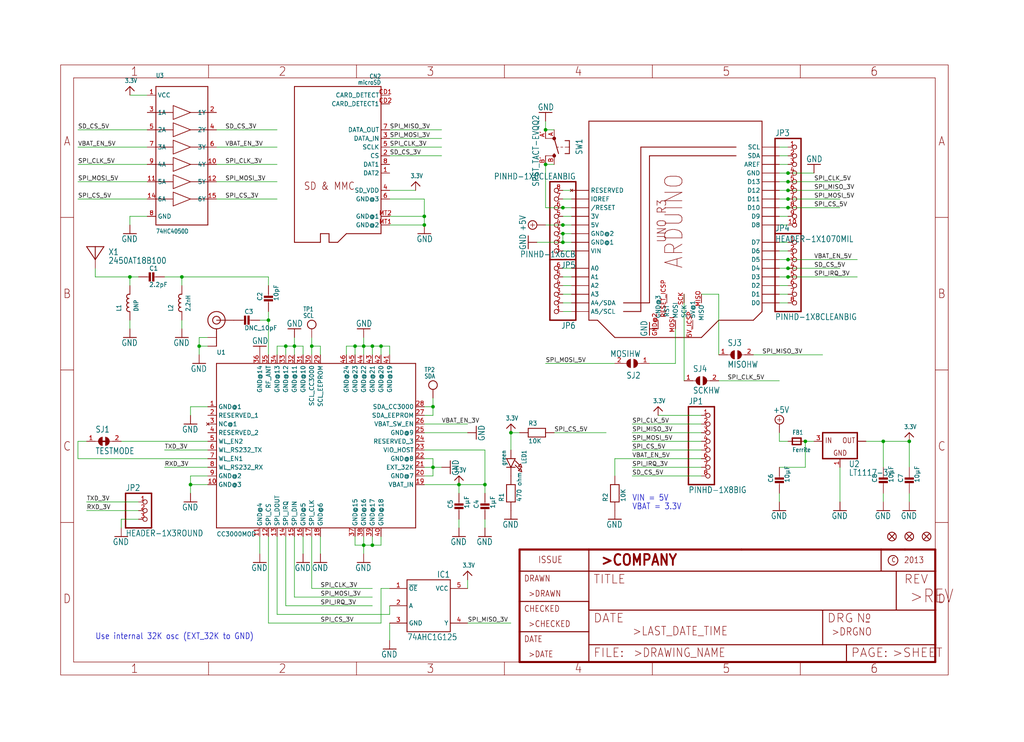
<source format=kicad_sch>
(kicad_sch (version 20211123) (generator eeschema)
  (paper "User" 300.38 217.881)
  (junction (at 104.14 101.6))
  (junction (at 236.22 129.54))
  (junction (at 231.14 81.28))
  (junction (at 231.14 58.42))
  (junction (at 106.68 101.6))
  (junction (at 149.86 127))
  (junction (at 106.68 160.02))
  (junction (at 83.82 101.6))
  (junction (at 109.22 160.02))
  (junction (at 127 119.38))
  (junction (at 160.02 48.26))
  (junction (at 165.1 66.04))
  (junction (at 109.22 101.6))
  (junction (at 124.46 63.5))
  (junction (at 38.1 81.28))
  (junction (at 231.14 60.96))
  (junction (at 231.14 78.74))
  (junction (at 127 137.16))
  (junction (at 231.14 76.2))
  (junction (at 53.34 81.28))
  (junction (at 142.24 142.24))
  (junction (at 124.46 66.04))
  (junction (at 86.36 101.6))
  (junction (at 231.14 53.34))
  (junction (at 266.7 129.54))
  (junction (at 134.62 142.24))
  (junction (at 78.74 93.98))
  (junction (at 165.1 68.58))
  (junction (at 259.08 129.54))
  (junction (at 165.1 71.12))
  (junction (at 111.76 101.6))
  (junction (at 231.14 55.88))
  (junction (at 58.42 101.6))
  (junction (at 165.1 60.96))
  (junction (at 160.02 38.1))
  (junction (at 91.44 101.6))
  (junction (at 231.14 50.8))
  (junction (at 55.88 142.24))
  (wire (pts (xy 124.46 132.08) (xy 142.24 132.08)))
  (wire (pts (xy 91.44 104.14) (xy 91.44 101.6)))
  (wire (pts (xy 231.14 53.34) (xy 228.6 53.34)))
  (wire (pts (xy 104.14 160.02) (xy 106.68 160.02)))
  (wire (pts (xy 205.74 129.54) (xy 185.42 129.54)))
  (wire (pts (xy 114.3 101.6) (xy 114.3 104.14)))
  (wire (pts (xy 124.46 66.04) (xy 124.46 63.5)))
  (wire (pts (xy 165.1 66.04) (xy 167.64 66.04)))
  (wire (pts (xy 231.14 48.26) (xy 228.6 48.26)))
  (wire (pts (xy 152.4 127) (xy 149.86 127)))
  (wire (pts (xy 104.14 104.14) (xy 104.14 101.6)))
  (wire (pts (xy 266.7 129.54) (xy 266.7 137.16)))
  (wire (pts (xy 78.74 104.14) (xy 78.74 93.98)))
  (wire (pts (xy 238.76 50.8) (xy 231.14 50.8)))
  (wire (pts (xy 231.14 43.18) (xy 228.6 43.18)))
  (wire (pts (xy 246.38 137.16) (xy 246.38 147.32)))
  (wire (pts (xy 76.2 157.48) (xy 76.2 162.56)))
  (wire (pts (xy 114.3 182.88) (xy 114.3 187.96)))
  (wire (pts (xy 101.6 104.14) (xy 101.6 101.6)))
  (wire (pts (xy 38.1 63.5) (xy 38.1 66.04)))
  (wire (pts (xy 160.02 48.26) (xy 160.02 60.96)))
  (wire (pts (xy 259.08 144.78) (xy 259.08 147.32)))
  (wire (pts (xy 63.5 58.42) (xy 81.28 58.42)))
  (wire (pts (xy 231.14 88.9) (xy 228.6 88.9)))
  (wire (pts (xy 162.56 38.1) (xy 160.02 38.1)))
  (wire (pts (xy 81.28 101.6) (xy 83.82 101.6)))
  (wire (pts (xy 149.86 132.08) (xy 149.86 127)))
  (wire (pts (xy 137.16 182.88) (xy 149.86 182.88)))
  (wire (pts (xy 127 119.38) (xy 127 116.84)))
  (wire (pts (xy 43.18 43.18) (xy 22.86 43.18)))
  (wire (pts (xy 231.14 71.12) (xy 228.6 71.12)))
  (wire (pts (xy 165.1 81.28) (xy 167.64 81.28)))
  (wire (pts (xy 160.02 106.68) (xy 180.34 106.68)))
  (wire (pts (xy 236.22 137.16) (xy 236.22 129.54)))
  (wire (pts (xy 86.36 175.26) (xy 109.22 175.26)))
  (wire (pts (xy 109.22 157.48) (xy 109.22 160.02)))
  (wire (pts (xy 114.3 180.34) (xy 114.3 177.8)))
  (wire (pts (xy 121.92 55.88) (xy 114.3 55.88)))
  (wire (pts (xy 200.66 86.36) (xy 200.66 111.76)))
  (wire (pts (xy 60.96 137.16) (xy 48.26 137.16)))
  (wire (pts (xy 22.86 134.62) (xy 22.86 129.54)))
  (wire (pts (xy 231.14 60.96) (xy 228.6 60.96)))
  (wire (pts (xy 76.2 93.98) (xy 78.74 93.98)))
  (wire (pts (xy 78.74 157.48) (xy 78.74 182.88)))
  (wire (pts (xy 220.98 104.14) (xy 241.3 104.14)))
  (wire (pts (xy 60.96 132.08) (xy 48.26 132.08)))
  (wire (pts (xy 193.04 121.92) (xy 205.74 121.92)))
  (wire (pts (xy 109.22 101.6) (xy 111.76 101.6)))
  (wire (pts (xy 63.5 48.26) (xy 81.28 48.26)))
  (wire (pts (xy 114.3 45.72) (xy 129.54 45.72)))
  (wire (pts (xy 106.68 157.48) (xy 106.68 160.02)))
  (wire (pts (xy 231.14 81.28) (xy 251.46 81.28)))
  (wire (pts (xy 60.96 139.7) (xy 55.88 139.7)))
  (wire (pts (xy 40.64 81.28) (xy 38.1 81.28)))
  (wire (pts (xy 43.18 58.42) (xy 22.86 58.42)))
  (wire (pts (xy 228.6 111.76) (xy 210.82 111.76)))
  (wire (pts (xy 55.88 139.7) (xy 55.88 142.24)))
  (wire (pts (xy 231.14 55.88) (xy 246.38 55.88)))
  (wire (pts (xy 124.46 121.92) (xy 127 121.92)))
  (wire (pts (xy 114.3 38.1) (xy 129.54 38.1)))
  (wire (pts (xy 231.14 78.74) (xy 246.38 78.74)))
  (wire (pts (xy 160.02 60.96) (xy 165.1 60.96)))
  (wire (pts (xy 104.14 157.48) (xy 104.14 160.02)))
  (wire (pts (xy 63.5 38.1) (xy 81.28 38.1)))
  (wire (pts (xy 40.64 149.86) (xy 25.4 149.86)))
  (wire (pts (xy 60.96 99.06) (xy 58.42 99.06)))
  (wire (pts (xy 40.64 152.4) (xy 35.56 152.4)))
  (wire (pts (xy 83.82 157.48) (xy 83.82 177.8)))
  (wire (pts (xy 111.76 160.02) (xy 111.76 157.48)))
  (wire (pts (xy 63.5 53.34) (xy 81.28 53.34)))
  (wire (pts (xy 124.46 134.62) (xy 127 134.62)))
  (wire (pts (xy 231.14 76.2) (xy 251.46 76.2)))
  (wire (pts (xy 43.18 53.34) (xy 22.86 53.34)))
  (wire (pts (xy 124.46 137.16) (xy 127 137.16)))
  (wire (pts (xy 165.1 63.5) (xy 167.64 63.5)))
  (wire (pts (xy 111.76 101.6) (xy 114.3 101.6)))
  (wire (pts (xy 88.9 157.48) (xy 88.9 162.56)))
  (wire (pts (xy 228.6 129.54) (xy 228.6 127)))
  (wire (pts (xy 106.68 160.02) (xy 109.22 160.02)))
  (wire (pts (xy 111.76 172.72) (xy 114.3 172.72)))
  (wire (pts (xy 22.86 129.54) (xy 25.4 129.54)))
  (wire (pts (xy 180.34 134.62) (xy 180.34 139.7)))
  (wire (pts (xy 180.34 134.62) (xy 205.74 134.62)))
  (wire (pts (xy 93.98 104.14) (xy 93.98 101.6)))
  (wire (pts (xy 177.8 127) (xy 162.56 127)))
  (wire (pts (xy 124.46 58.42) (xy 124.46 63.5)))
  (wire (pts (xy 228.6 137.16) (xy 236.22 137.16)))
  (wire (pts (xy 111.76 104.14) (xy 111.76 101.6)))
  (wire (pts (xy 165.1 68.58) (xy 165.1 71.12)))
  (wire (pts (xy 185.42 127) (xy 205.74 127)))
  (wire (pts (xy 81.28 157.48) (xy 81.28 180.34)))
  (wire (pts (xy 78.74 81.28) (xy 78.74 83.82)))
  (wire (pts (xy 53.34 96.52) (xy 53.34 93.98)))
  (wire (pts (xy 63.5 43.18) (xy 81.28 43.18)))
  (wire (pts (xy 60.96 142.24) (xy 55.88 142.24)))
  (wire (pts (xy 114.3 66.04) (xy 124.46 66.04)))
  (wire (pts (xy 231.14 86.36) (xy 228.6 86.36)))
  (wire (pts (xy 165.1 86.36) (xy 167.64 86.36)))
  (wire (pts (xy 231.14 58.42) (xy 228.6 58.42)))
  (wire (pts (xy 22.86 38.1) (xy 43.18 38.1)))
  (wire (pts (xy 160.02 38.1) (xy 160.02 35.56)))
  (wire (pts (xy 111.76 182.88) (xy 111.76 172.72)))
  (wire (pts (xy 58.42 101.6) (xy 58.42 104.14)))
  (wire (pts (xy 205.74 86.36) (xy 210.82 86.36)))
  (wire (pts (xy 134.62 152.4) (xy 134.62 154.94)))
  (wire (pts (xy 160.02 66.04) (xy 165.1 66.04)))
  (wire (pts (xy 86.36 101.6) (xy 88.9 101.6)))
  (wire (pts (xy 127 139.7) (xy 124.46 139.7)))
  (wire (pts (xy 38.1 83.82) (xy 38.1 81.28)))
  (wire (pts (xy 266.7 144.78) (xy 266.7 147.32)))
  (wire (pts (xy 165.1 68.58) (xy 167.64 68.58)))
  (wire (pts (xy 55.88 119.38) (xy 55.88 121.92)))
  (wire (pts (xy 106.68 104.14) (xy 106.68 101.6)))
  (wire (pts (xy 88.9 101.6) (xy 88.9 104.14)))
  (wire (pts (xy 259.08 137.16) (xy 259.08 129.54)))
  (wire (pts (xy 78.74 91.44) (xy 78.74 93.98)))
  (wire (pts (xy 134.62 142.24) (xy 142.24 142.24)))
  (wire (pts (xy 142.24 132.08) (xy 142.24 142.24)))
  (wire (pts (xy 104.14 101.6) (xy 106.68 101.6)))
  (wire (pts (xy 198.12 96.52) (xy 198.12 106.68)))
  (wire (pts (xy 165.1 71.12) (xy 167.64 71.12)))
  (wire (pts (xy 142.24 152.4) (xy 142.24 154.94)))
  (wire (pts (xy 86.36 157.48) (xy 86.36 175.26)))
  (wire (pts (xy 91.44 157.48) (xy 91.44 172.72)))
  (wire (pts (xy 165.1 78.74) (xy 167.64 78.74)))
  (wire (pts (xy 259.08 129.54) (xy 266.7 129.54)))
  (wire (pts (xy 165.1 91.44) (xy 167.64 91.44)))
  (wire (pts (xy 137.16 170.18) (xy 137.16 172.72)))
  (wire (pts (xy 205.74 139.7) (xy 185.42 139.7)))
  (wire (pts (xy 129.54 43.18) (xy 114.3 43.18)))
  (wire (pts (xy 134.62 142.24) (xy 134.62 144.78)))
  (wire (pts (xy 231.14 60.96) (xy 246.38 60.96)))
  (wire (pts (xy 43.18 63.5) (xy 38.1 63.5)))
  (wire (pts (xy 53.34 81.28) (xy 53.34 83.82)))
  (wire (pts (xy 101.6 101.6) (xy 104.14 101.6)))
  (wire (pts (xy 124.46 142.24) (xy 134.62 142.24)))
  (wire (pts (xy 83.82 101.6) (xy 86.36 101.6)))
  (wire (pts (xy 231.14 55.88) (xy 228.6 55.88)))
  (wire (pts (xy 198.12 106.68) (xy 190.5 106.68)))
  (wire (pts (xy 228.6 144.78) (xy 228.6 147.32)))
  (wire (pts (xy 81.28 104.14) (xy 81.28 101.6)))
  (wire (pts (xy 238.76 129.54) (xy 236.22 129.54)))
  (wire (pts (xy 231.14 76.2) (xy 228.6 76.2)))
  (wire (pts (xy 231.14 83.82) (xy 228.6 83.82)))
  (wire (pts (xy 27.94 81.28) (xy 27.94 78.74)))
  (wire (pts (xy 106.68 101.6) (xy 106.68 99.06)))
  (wire (pts (xy 106.68 160.02) (xy 106.68 162.56)))
  (wire (pts (xy 48.26 81.28) (xy 53.34 81.28)))
  (wire (pts (xy 81.28 180.34) (xy 114.3 180.34)))
  (wire (pts (xy 38.1 81.28) (xy 27.94 81.28)))
  (wire (pts (xy 91.44 172.72) (xy 109.22 172.72)))
  (wire (pts (xy 114.3 58.42) (xy 124.46 58.42)))
  (wire (pts (xy 53.34 81.28) (xy 78.74 81.28)))
  (wire (pts (xy 43.18 27.94) (xy 38.1 27.94)))
  (wire (pts (xy 165.1 73.66) (xy 167.64 73.66)))
  (wire (pts (xy 129.54 137.16) (xy 127 137.16)))
  (wire (pts (xy 127 137.16) (xy 127 139.7)))
  (wire (pts (xy 114.3 40.64) (xy 129.54 40.64)))
  (wire (pts (xy 124.46 119.38) (xy 127 119.38)))
  (wire (pts (xy 35.56 152.4) (xy 35.56 154.94)))
  (wire (pts (xy 165.1 55.88) (xy 167.64 55.88)))
  (wire (pts (xy 93.98 101.6) (xy 91.44 101.6)))
  (wire (pts (xy 127 134.62) (xy 127 137.16)))
  (wire (pts (xy 124.46 124.46) (xy 137.16 124.46)))
  (wire (pts (xy 231.14 81.28) (xy 228.6 81.28)))
  (wire (pts (xy 124.46 127) (xy 137.16 127)))
  (wire (pts (xy 43.18 48.26) (xy 22.86 48.26)))
  (wire (pts (xy 58.42 99.06) (xy 58.42 101.6)))
  (wire (pts (xy 142.24 142.24) (xy 142.24 144.78)))
  (wire (pts (xy 165.1 58.42) (xy 167.64 58.42)))
  (wire (pts (xy 231.14 50.8) (xy 228.6 50.8)))
  (wire (pts (xy 93.98 157.48) (xy 93.98 162.56)))
  (wire (pts (xy 254 129.54) (xy 259.08 129.54)))
  (wire (pts (xy 40.64 147.32) (xy 25.4 147.32)))
  (wire (pts (xy 231.14 73.66) (xy 228.6 73.66)))
  (wire (pts (xy 60.96 129.54) (xy 35.56 129.54)))
  (wire (pts (xy 83.82 104.14) (xy 83.82 101.6)))
  (wire (pts (xy 83.82 177.8) (xy 109.22 177.8)))
  (wire (pts (xy 91.44 101.6) (xy 91.44 99.06)))
  (wire (pts (xy 109.22 104.14) (xy 109.22 101.6)))
  (wire (pts (xy 38.1 96.52) (xy 38.1 93.98)))
  (wire (pts (xy 210.82 86.36) (xy 210.82 104.14)))
  (wire (pts (xy 127 121.92) (xy 127 119.38)))
  (wire (pts (xy 86.36 104.14) (xy 86.36 101.6)))
  (wire (pts (xy 165.1 83.82) (xy 167.64 83.82)))
  (wire (pts (xy 60.96 134.62) (xy 22.86 134.62)))
  (wire (pts (xy 231.14 63.5) (xy 228.6 63.5)))
  (wire (pts (xy 162.56 48.26) (xy 160.02 48.26)))
  (wire (pts (xy 231.14 66.04) (xy 228.6 66.04)))
  (wire (pts (xy 231.14 78.74) (xy 228.6 78.74)))
  (wire (pts (xy 78.74 182.88) (xy 111.76 182.88)))
  (wire (pts (xy 109.22 160.02) (xy 111.76 160.02)))
  (wire (pts (xy 60.96 101.6) (xy 58.42 101.6)))
  (wire (pts (xy 185.42 132.08) (xy 205.74 132.08)))
  (wire (pts (xy 205.74 137.16) (xy 185.42 137.16)))
  (wire (pts (xy 106.68 101.6) (xy 109.22 101.6)))
  (wire (pts (xy 231.14 45.72) (xy 228.6 45.72)))
  (wire (pts (xy 124.46 63.5) (xy 114.3 63.5)))
  (wire (pts (xy 231.14 53.34) (xy 246.38 53.34)))
  (wire (pts (xy 86.36 99.06) (xy 86.36 101.6)))
  (wire (pts (xy 165.1 60.96) (xy 167.64 60.96)))
  (wire (pts (xy 165.1 88.9) (xy 167.64 88.9)))
  (wire (pts (xy 205.74 124.46) (xy 185.42 124.46)))
  (wire (pts (xy 231.14 129.54) (xy 228.6 129.54)))
  (wire (pts (xy 60.96 119.38) (xy 55.88 119.38)))
  (wire (pts (xy 165.1 71.12) (xy 157.48 71.12)))
  (wire (pts (xy 231.14 58.42) (xy 246.38 58.42)))
  (wire (pts (xy 55.88 142.24) (xy 55.88 144.78)))
  (text "VBAT = 3.3V" (at 185.42 149.86 180) (effects (font (size 1.778 1.5113)) (justify left bottom)))
  (text "Use internal 32K osc (EXT_32K to GND)" (at 27.94 187.96 180) (effects (font (size 1.778 1.5113)) (justify left bottom)))
  (text "VIN = 5V" (at 185.42 147.32 180) (effects (font (size 1.778 1.5113)) (justify left bottom)))
  (label "SD_CS_5V" (at 238.76 78.74 0) (effects (font (size 1.2446 1.2446))))
  (label "SPI_CLK_5V" (at 238.76 53.34 0) (effects (font (size 1.2446 1.2446))))
  (label "SPI_CLK_5V" (at 213.36 111.76 0) (effects (font (size 1.2446 1.2446))))
  (label "SPI_MISO_3V" (at 137.16 182.88 0) (effects (font (size 1.2446 1.2446))))
  (label "SPI_IRQ_3V" (at 185.42 137.16 0) (effects (font (size 1.2446 1.2446))))
  (label "SPI_MOSI_5V" (at 22.86 53.34 0) (effects (font (size 1.2446 1.2446))))
  (label "SPI_MISO_3V" (at 185.42 127 0) (effects (font (size 1.2446 1.2446))))
  (label "SPI_CS_5V" (at 238.76 60.96 0) (effects (font (size 1.2446 1.2446))))
  (label "VBAT_EN_5V" (at 238.76 76.2 0) (effects (font (size 1.2446 1.2446))))
  (label "SPI_CS_5V" (at 22.86 58.42 0) (effects (font (size 1.2446 1.2446))))
  (label "SD_CS_3V" (at 114.3 45.72 0) (effects (font (size 1.2446 1.2446))))
  (label "SPI_CLK_3V" (at 66.04 48.26 0) (effects (font (size 1.2446 1.2446))))
  (label "SD_CS_5V" (at 22.86 38.1 0) (effects (font (size 1.2446 1.2446))))
  (label "SPI_IRQ_3V" (at 93.98 177.8 0) (effects (font (size 1.2446 1.2446))))
  (label "SD_CS_3V" (at 66.04 38.1 0) (effects (font (size 1.2446 1.2446))))
  (label "TXD_3V" (at 25.4 147.32 0) (effects (font (size 1.2446 1.2446))))
  (label "RXD_3V" (at 48.26 137.16 0) (effects (font (size 1.2446 1.2446))))
  (label "SPI_MISO_3V" (at 238.76 55.88 0) (effects (font (size 1.2446 1.2446))))
  (label "SPI_CLK_3V" (at 114.3 43.18 0) (effects (font (size 1.2446 1.2446))))
  (label "VBAT_EN_3V" (at 129.54 124.46 0) (effects (font (size 1.2446 1.2446))))
  (label "SPI_CS_5V" (at 185.42 132.08 0) (effects (font (size 1.2446 1.2446))))
  (label "TXD_3V" (at 48.26 132.08 0) (effects (font (size 1.2446 1.2446))))
  (label "SPI_IRQ_3V" (at 238.76 81.28 0) (effects (font (size 1.2446 1.2446))))
  (label "SPI_MOSI_3V" (at 93.98 175.26 0) (effects (font (size 1.2446 1.2446))))
  (label "SD_CS_5V" (at 185.42 139.7 0) (effects (font (size 1.2446 1.2446))))
  (label "SPI_CLK_3V" (at 93.98 172.72 0) (effects (font (size 1.2446 1.2446))))
  (label "SPI_MOSI_3V" (at 66.04 53.34 0) (effects (font (size 1.2446 1.2446))))
  (label "SPI_MISO_3V" (at 114.3 38.1 0) (effects (font (size 1.2446 1.2446))))
  (label "RXD_3V" (at 25.4 149.86 0) (effects (font (size 1.2446 1.2446))))
  (label "SPI_MOSI_5V" (at 160.02 106.68 0) (effects (font (size 1.2446 1.2446))))
  (label "SPI_MOSI_5V" (at 238.76 58.42 0) (effects (font (size 1.2446 1.2446))))
  (label "SPI_MOSI_3V" (at 114.3 40.64 0) (effects (font (size 1.2446 1.2446))))
  (label "VBAT_EN_5V" (at 22.86 43.18 0) (effects (font (size 1.2446 1.2446))))
  (label "SPI_MOSI_5V" (at 185.42 129.54 0) (effects (font (size 1.2446 1.2446))))
  (label "SPI_CLK_5V" (at 185.42 124.46 0) (effects (font (size 1.2446 1.2446))))
  (label "SPI_CS_5V" (at 162.56 127 0) (effects (font (size 1.2446 1.2446))))
  (label "VBAT_EN_5V" (at 185.42 134.62 0) (effects (font (size 1.2446 1.2446))))
  (label "SPI_MISO_3V" (at 223.52 104.14 0) (effects (font (size 1.2446 1.2446))))
  (label "SPI_CS_3V" (at 93.98 182.88 0) (effects (font (size 1.2446 1.2446))))
  (label "VBAT_EN_3V" (at 66.04 43.18 0) (effects (font (size 1.2446 1.2446))))
  (label "SPI_CLK_5V" (at 22.86 48.26 0) (effects (font (size 1.2446 1.2446))))
  (label "SPI_CS_3V" (at 66.04 58.42 0) (effects (font (size 1.2446 1.2446))))
  (symbol (lib_id "eagleSchem-eagle-import:GND") (at 76.2 101.6 180) (unit 1)
    (property "Reference" "#U$4" (effects hide))
    (property "Value" "GND" (at 78.74 99.06 0) (effects (font (size 1.778 1.5113)) (justify left bottom)))
    (property "Footprint" "eagleSchem:" (effects hide))
  )
  (symbol (lib_id "eagleSchem-eagle-import:CAP_CERAMIC_0402") (at 43.18 81.28 270) (unit 1)
    (property "Reference" "C1" (at 43.72 79.49 90) (effects (justify left bottom)))
    (property "Value" "2.2pF" (at 43.72 84.28 90) (effects (justify left bottom)))
    (property "Footprint" "eagleSchem:_0402" (effects hide))
  )
  (symbol (lib_id "eagleSchem-eagle-import:GND") (at 114.3 190.5 0) (unit 1)
    (property "Reference" "#U$38" (effects hide))
    (property "Value" "GND" (at 111.76 193.04 0) (effects (font (size 1.778 1.5113)) (justify left bottom)))
    (property "Footprint" "eagleSchem:" (effects hide))
  )
  (symbol (lib_id "eagleSchem-eagle-import:GND") (at 55.88 124.46 0) (unit 1)
    (property "Reference" "#U$20" (effects hide))
    (property "Value" "GND" (at 53.34 127 0) (effects (font (size 1.778 1.5113)) (justify left bottom)))
    (property "Footprint" "eagleSchem:" (effects hide))
  )
  (symbol (lib_id "eagleSchem-eagle-import:PINHD-1X6CB") (at 162.56 83.82 180) (unit 1)
    (property "Reference" "JP6" (at 168.91 94.615 0) (effects (font (size 1.778 1.5113)) (justify left bottom)))
    (property "Value" "PINHD-1X6CB" (at 168.91 73.66 0) (effects (font (size 1.778 1.5113)) (justify left bottom)))
    (property "Footprint" "eagleSchem:1X06-CLEANBIG" (effects hide))
  )
  (symbol (lib_id "eagleSchem-eagle-import:CAP_CERAMIC_0402") (at 71.12 93.98 270) (unit 1)
    (property "Reference" "C3" (at 71.66 92.19 90) (effects (justify left bottom)))
    (property "Value" "DNC_10pF" (at 71.66 96.98 90) (effects (justify left bottom)))
    (property "Footprint" "eagleSchem:_0402" (effects hide))
  )
  (symbol (lib_id "eagleSchem-eagle-import:CC3000MOD") (at 93.98 129.54 0) (unit 1)
    (property "Reference" "U1" (at 63.5 104.14 0) (effects (justify left bottom)))
    (property "Value" "CC3000MOD" (at 63.5 157.48 0) (effects (justify left bottom)))
    (property "Footprint" "eagleSchem:CC3000MOD" (effects hide))
  )
  (symbol (lib_id "eagleSchem-eagle-import:INDUCTOR_0402") (at 53.34 88.9 90) (unit 1)
    (property "Reference" "L2" (at 50.8 91.44 0) (effects (font (size 1.27 1.0795)) (justify left bottom)))
    (property "Value" "2.2nH" (at 55.88 91.44 0) (effects (font (size 1.27 1.0795)) (justify left bottom)))
    (property "Footprint" "eagleSchem:_0402" (effects hide))
  )
  (symbol (lib_id "eagleSchem-eagle-import:FIDUCIAL{dblquote}{dblquote}") (at 266.7 157.48 0) (unit 1)
    (property "Reference" "FID2" (effects hide))
    (property "Value" "FIDUCIAL{dblquote}{dblquote}" (effects hide))
    (property "Footprint" "eagleSchem:FIDUCIAL_1MM" (effects hide))
  )
  (symbol (lib_id "eagleSchem-eagle-import:GND") (at 139.7 127 90) (unit 1)
    (property "Reference" "#U$13" (effects hide))
    (property "Value" "GND" (at 142.24 129.54 0) (effects (font (size 1.778 1.5113)) (justify left bottom)))
    (property "Footprint" "eagleSchem:" (effects hide))
  )
  (symbol (lib_id "eagleSchem-eagle-import:LED0805_NOOUTLINE") (at 149.86 137.16 270) (unit 1)
    (property "Reference" "LED1" (at 153.035 132.08 0) (effects (font (size 1.27 1.0795)) (justify left bottom)))
    (property "Value" "green" (at 147.066 132.08 0) (effects (font (size 1.27 1.0795)) (justify left bottom)))
    (property "Footprint" "eagleSchem:CHIPLED_0805_NOOUTLINE" (effects hide))
  )
  (symbol (lib_id "eagleSchem-eagle-import:TESTPOINTPAD1MM") (at 127 116.84 0) (unit 1)
    (property "Reference" "TP2" (at 124.46 109.22 0) (effects (font (size 1.27 1.0795)) (justify left bottom)))
    (property "Value" "SDA" (at 124.46 111.125 0) (effects (font (size 1.27 1.0795)) (justify left bottom)))
    (property "Footprint" "eagleSchem:TESTPOINT_PAD_1MM" (effects hide))
  )
  (symbol (lib_id "eagleSchem-eagle-import:GND") (at 88.9 165.1 0) (unit 1)
    (property "Reference" "#U$17" (effects hide))
    (property "Value" "GND" (at 86.36 167.64 0) (effects (font (size 1.778 1.5113)) (justify left bottom)))
    (property "Footprint" "eagleSchem:" (effects hide))
  )
  (symbol (lib_id "eagleSchem-eagle-import:TESTPOINTPAD1MM") (at 91.44 99.06 0) (unit 1)
    (property "Reference" "TP1" (at 88.9 91.44 0) (effects (font (size 1.27 1.0795)) (justify left bottom)))
    (property "Value" "SCL" (at 88.9 93.345 0) (effects (font (size 1.27 1.0795)) (justify left bottom)))
    (property "Footprint" "eagleSchem:TESTPOINT_PAD_1MM" (effects hide))
  )
  (symbol (lib_id "eagleSchem-eagle-import:PINHD-1X8CLEANBIG") (at 162.56 66.04 180) (unit 1)
    (property "Reference" "JP5" (at 168.91 76.835 0) (effects (font (size 1.778 1.5113)) (justify left bottom)))
    (property "Value" "PINHD-1X8CLEANBIG" (at 168.91 50.8 0) (effects (font (size 1.778 1.5113)) (justify left bottom)))
    (property "Footprint" "eagleSchem:1X08-CLEANBIG" (effects hide))
  )
  (symbol (lib_id "eagleSchem-eagle-import:GND") (at 35.56 157.48 0) (unit 1)
    (property "Reference" "#U$23" (effects hide))
    (property "Value" "GND" (at 33.02 160.02 0) (effects (font (size 1.778 1.5113)) (justify left bottom)))
    (property "Footprint" "eagleSchem:" (effects hide))
  )
  (symbol (lib_id "eagleSchem-eagle-import:SOLDERJUMPER_CLOSED") (at 30.48 129.54 0) (unit 1)
    (property "Reference" "SJ1" (at 27.94 127 0) (effects (font (size 1.778 1.5113)) (justify left bottom)))
    (property "Value" "TESTMODE" (at 27.94 133.35 0) (effects (font (size 1.778 1.5113)) (justify left bottom)))
    (property "Footprint" "eagleSchem:SOLDERJUMPER_CLOSEDWIRE" (effects hide))
  )
  (symbol (lib_id "eagleSchem-eagle-import:GND") (at 134.62 157.48 0) (unit 1)
    (property "Reference" "#U$10" (effects hide))
    (property "Value" "GND" (at 132.08 160.02 0) (effects (font (size 1.778 1.5113)) (justify left bottom)))
    (property "Footprint" "eagleSchem:" (effects hide))
  )
  (symbol (lib_id "eagleSchem-eagle-import:HEADER-1X3ROUND") (at 43.18 149.86 0) (unit 1)
    (property "Reference" "JP2" (at 36.83 144.145 0) (effects (font (size 1.778 1.5113)) (justify left bottom)))
    (property "Value" "HEADER-1X3ROUND" (at 36.83 157.48 0) (effects (font (size 1.778 1.5113)) (justify left bottom)))
    (property "Footprint" "eagleSchem:1X03_ROUND" (effects hide))
  )
  (symbol (lib_id "eagleSchem-eagle-import:GND") (at 180.34 152.4 0) (unit 1)
    (property "Reference" "#U$14" (effects hide))
    (property "Value" "GND" (at 177.8 154.94 0) (effects (font (size 1.778 1.5113)) (justify left bottom)))
    (property "Footprint" "eagleSchem:" (effects hide))
  )
  (symbol (lib_id "eagleSchem-eagle-import:ARDUINO_R3_ICSP") (at 172.72 35.56 270) (unit 1)
    (property "Reference" "U$36" (effects hide))
    (property "Value" "ARDUINO_R3_ICSP" (effects hide))
    (property "Footprint" "eagleSchem:ARDUINOR3_ICSP" (effects hide))
  )
  (symbol (lib_id "eagleSchem-eagle-import:GND") (at 246.38 149.86 0) (unit 1)
    (property "Reference" "#U$30" (effects hide))
    (property "Value" "GND" (at 243.84 152.4 0) (effects (font (size 1.778 1.5113)) (justify left bottom)))
    (property "Footprint" "eagleSchem:" (effects hide))
  )
  (symbol (lib_id "eagleSchem-eagle-import:GND") (at 154.94 71.12 270) (unit 1)
    (property "Reference" "#U$15" (effects hide))
    (property "Value" "GND" (at 152.4 68.58 0) (effects (font (size 1.778 1.5113)) (justify left bottom)))
    (property "Footprint" "eagleSchem:" (effects hide))
  )
  (symbol (lib_id "eagleSchem-eagle-import:FIDUCIAL{dblquote}{dblquote}") (at 261.62 157.48 0) (unit 1)
    (property "Reference" "FID3" (effects hide))
    (property "Value" "FIDUCIAL{dblquote}{dblquote}" (effects hide))
    (property "Footprint" "eagleSchem:FIDUCIAL_1MM" (effects hide))
    (property "Value" "FIDUCIAL{dblquote}{dblquote}" (effects hide))
  )
  (symbol (lib_id "eagleSchem-eagle-import:+5V") (at 157.48 66.04 90) (unit 1)
    (property "Reference" "#SUPPLY3" (effects hide))
    (property "Value" "+5V" (at 154.305 67.945 0) (effects (font (size 1.778 1.5113)) (justify left bottom)))
    (property "Footprint" "eagleSchem:" (effects hide))
  )
  (symbol (lib_id "eagleSchem-eagle-import:GND") (at 190.5 96.52 270) (unit 1)
    (property "Reference" "#U$25" (effects hide))
    (property "Value" "GND" (at 187.96 93.98 0) (effects (font (size 1.778 1.5113)) (justify left bottom)))
    (property "Footprint" "eagleSchem:" (effects hide))
  )
  (symbol (lib_id "eagleSchem-eagle-import:3.3V") (at 266.7 127 0) (unit 1)
    (property "Reference" "#U$26" (effects hide))
    (property "Value" "3.3V" (at 265.176 125.984 0) (effects (font (size 1.27 1.0795)) (justify left bottom)))
    (property "Footprint" "eagleSchem:" (effects hide))
  )
  (symbol (lib_id "eagleSchem-eagle-import:GND") (at 38.1 99.06 0) (unit 1)
    (property "Reference" "#U$1" (effects hide))
    (property "Value" "GND" (at 35.56 101.6 0) (effects (font (size 1.778 1.5113)) (justify left bottom)))
    (property "Footprint" "eagleSchem:" (effects hide))
  )
  (symbol (lib_id "eagleSchem-eagle-import:GND") (at 238.76 48.26 180) (unit 1)
    (property "Reference" "#U$34" (effects hide))
    (property "Value" "GND" (at 241.3 45.72 0) (effects (font (size 1.778 1.5113)) (justify left bottom)))
    (property "Footprint" "eagleSchem:" (effects hide))
  )
  (symbol (lib_id "eagleSchem-eagle-import:FRAME_A4") (at 17.78 198.12 0) (unit 1)
    (property "Reference" "#FRAME1" (effects hide))
    (property "Value" "FRAME_A4" (effects hide))
    (property "Footprint" "eagleSchem:" (effects hide))
  )
  (symbol (lib_id "eagleSchem-eagle-import:HEADER-1X1070MIL") (at 233.68 53.34 0) (unit 1)
    (property "Reference" "JP3" (at 227.33 40.005 0) (effects (font (size 1.778 1.5113)) (justify left bottom)))
    (property "Value" "HEADER-1X1070MIL" (at 227.33 71.12 0) (effects (font (size 1.778 1.5113)) (justify left bottom)))
    (property "Footprint" "eagleSchem:1X10_ROUND70" (effects hide))
  )
  (symbol (lib_id "eagleSchem-eagle-import:+5V") (at 228.6 124.46 0) (unit 1)
    (property "Reference" "#SUPPLY1" (effects hide))
    (property "Value" "+5V" (at 226.695 121.285 0) (effects (font (size 1.778 1.5113)) (justify left bottom)))
    (property "Footprint" "eagleSchem:" (effects hide))
  )
  (symbol (lib_id "eagleSchem-eagle-import:SPST_TACT-EVQQ2") (at 162.56 43.18 180) (unit 1)
    (property "Reference" "SW1" (at 168.91 40.64 90) (effects (font (size 1.778 1.5113)) (justify left bottom)))
    (property "Value" "SPST_TACT-EVQQ2" (at 156.21 33.655 90) (effects (font (size 1.778 1.5113)) (justify left bottom)))
    (property "Footprint" "eagleSchem:EVQ-Q2" (effects hide))
  )
  (symbol (lib_id "eagleSchem-eagle-import:GND") (at 142.24 157.48 0) (unit 1)
    (property "Reference" "#U$9" (effects hide))
    (property "Value" "GND" (at 139.7 160.02 0) (effects (font (size 1.778 1.5113)) (justify left bottom)))
    (property "Footprint" "eagleSchem:" (effects hide))
  )
  (symbol (lib_id "eagleSchem-eagle-import:FRAME_A4") (at 152.4 195.58 0) (unit 3)
    (property "Reference" "#FRAME1" (effects hide))
    (property "Value" "FRAME_A4" (effects hide))
    (property "Footprint" "eagleSchem:" (effects hide))
  )
  (symbol (lib_id "eagleSchem-eagle-import:ANTENNA_JOHANSON_2500AT44M0400") (at 27.94 76.2 0) (unit 1)
    (property "Reference" "X1" (at 31.75 74.93 0) (effects (font (size 1.778 1.5113)) (justify left bottom)))
    (property "Value" "2450AT18B100" (at 31.75 77.47 0) (effects (font (size 1.778 1.5113)) (justify left bottom)))
    (property "Footprint" "eagleSchem:ANT_2500AT44M0400" (effects hide))
  )
  (symbol (lib_id "eagleSchem-eagle-import:3.3V") (at 137.16 167.64 0) (unit 1)
    (property "Reference" "#U$37" (effects hide))
    (property "Value" "3.3V" (at 135.636 166.624 0) (effects (font (size 1.27 1.0795)) (justify left bottom)))
    (property "Footprint" "eagleSchem:" (effects hide))
  )
  (symbol (lib_id "eagleSchem-eagle-import:PINHD-1X8BIG") (at 208.28 129.54 0) (unit 1)
    (property "Reference" "JP1" (at 201.93 118.745 0) (effects (font (size 1.778 1.5113)) (justify left bottom)))
    (property "Value" "PINHD-1X8BIG" (at 201.93 144.78 0) (effects (font (size 1.778 1.5113)) (justify left bottom)))
    (property "Footprint" "eagleSchem:1X08-BIG" (effects hide))
  )
  (symbol (lib_id "eagleSchem-eagle-import:GND") (at 55.88 147.32 0) (unit 1)
    (property "Reference" "#U$19" (effects hide))
    (property "Value" "GND" (at 53.34 149.86 0) (effects (font (size 1.778 1.5113)) (justify left bottom)))
    (property "Footprint" "eagleSchem:" (effects hide))
  )
  (symbol (lib_id "eagleSchem-eagle-import:U.FL") (at 63.5 93.98 0) (unit 1)
    (property "Reference" "U$35" (effects hide))
    (property "Value" "U.FL" (effects hide))
    (property "Footprint" "eagleSchem:U.FL" (effects hide))
  )
  (symbol (lib_id "eagleSchem-eagle-import:74HC4050D") (at 53.34 45.72 0) (unit 1)
    (property "Reference" "U3" (at 45.72 22.86 0) (effects (font (size 1.27 1.0795)) (justify left bottom)))
    (property "Value" "74HC4050D" (at 45.72 68.58 0) (effects (font (size 1.27 1.0795)) (justify left bottom)))
    (property "Footprint" "eagleSchem:SOIC16" (effects hide))
  )
  (symbol (lib_id "eagleSchem-eagle-import:SOLDERJUMPER") (at 205.74 111.76 0) (unit 1)
    (property "Reference" "SJ4" (at 203.2 109.22 0) (effects (font (size 1.778 1.5113)) (justify left bottom)))
    (property "Value" "SCKHW" (at 203.2 115.57 0) (effects (font (size 1.778 1.5113)) (justify left bottom)))
    (property "Footprint" "eagleSchem:SOLDERJUMPER_ARROW_NOPASTE" (effects hide))
  )
  (symbol (lib_id "eagleSchem-eagle-import:GND") (at 53.34 99.06 0) (unit 1)
    (property "Reference" "#U$2" (effects hide))
    (property "Value" "GND" (at 50.8 101.6 0) (effects (font (size 1.778 1.5113)) (justify left bottom)))
    (property "Footprint" "eagleSchem:" (effects hide))
  )
  (symbol (lib_id "eagleSchem-eagle-import:FIDUCIAL{dblquote}{dblquote}") (at 271.78 157.48 0) (unit 1)
    (property "Reference" "FID1" (effects hide))
    (property "Value" "FIDUCIAL{dblquote}{dblquote}" (effects hide))
    (property "Footprint" "eagleSchem:FIDUCIAL_1MM" (effects hide))
  )
  (symbol (lib_id "eagleSchem-eagle-import:CAP_CERAMIC_0805MP") (at 142.24 149.86 0) (unit 1)
    (property "Reference" "C4" (at 140.45 149.32 90) (effects (justify left bottom)))
    (property "Value" "1µF" (at 145.24 149.32 90) (effects (justify left bottom)))
    (property "Footprint" "eagleSchem:_0805MP" (effects hide))
  )
  (symbol (lib_id "eagleSchem-eagle-import:GND") (at 124.46 68.58 0) (mirror y) (unit 1)
    (property "Reference" "#GND12" (effects hide))
    (property "Value" "GND" (at 127 71.12 0) (effects (font (size 1.778 1.5113)) (justify left bottom)))
    (property "Footprint" "eagleSchem:" (effects hide))
  )
  (symbol (lib_id "eagleSchem-eagle-import:3.3V") (at 121.92 53.34 0) (unit 1)
    (property "Reference" "#U$24" (effects hide))
    (property "Value" "3.3V" (at 120.396 52.324 0) (effects (font (size 1.27 1.0795)) (justify left bottom)))
    (property "Footprint" "eagleSchem:" (effects hide))
  )
  (symbol (lib_id "eagleSchem-eagle-import:FERRITE_0805MP") (at 233.68 129.54 0) (unit 1)
    (property "Reference" "FB1" (at 232.41 127.635 0) (effects (font (size 1.27 1.0795)) (justify left bottom)))
    (property "Value" "Ferrite" (at 232.41 132.715 0) (effects (font (size 1.27 1.0795)) (justify left bottom)))
    (property "Footprint" "eagleSchem:_0805MP" (effects hide))
  )
  (symbol (lib_id "eagleSchem-eagle-import:GND") (at 259.08 149.86 0) (unit 1)
    (property "Reference" "#U$29" (effects hide))
    (property "Value" "GND" (at 256.54 152.4 0) (effects (font (size 1.778 1.5113)) (justify left bottom)))
    (property "Footprint" "eagleSchem:" (effects hide))
  )
  (symbol (lib_id "eagleSchem-eagle-import:VREG_SOT223") (at 246.38 132.08 0) (unit 1)
    (property "Reference" "U2" (at 248.92 137.16 0) (effects (font (size 1.778 1.5113)) (justify left bottom)))
    (property "Value" "LT1117-3v" (at 248.92 139.7 0) (effects (font (size 1.778 1.5113)) (justify left bottom)))
    (property "Footprint" "eagleSchem:SOT223-R" (effects hide))
  )
  (symbol (lib_id "eagleSchem-eagle-import:RESISTOR_0805MP") (at 180.34 144.78 90) (unit 1)
    (property "Reference" "R2" (at 178.308 147.32 0) (effects (justify left bottom)))
    (property "Value" "10K" (at 183.515 147.32 0) (effects (justify left bottom)))
    (property "Footprint" "eagleSchem:_0805MP" (effects hide))
  )
  (symbol (lib_id "eagleSchem-eagle-import:PINHD-1X8CLEANBIG") (at 233.68 78.74 0) (unit 1)
    (property "Reference" "JP4" (at 227.33 67.945 0) (effects (font (size 1.778 1.5113)) (justify left bottom)))
    (property "Value" "PINHD-1X8CLEANBIG" (at 227.33 93.98 0) (effects (font (size 1.778 1.5113)) (justify left bottom)))
    (property "Footprint" "eagleSchem:1X08-CLEANBIG" (effects hide))
  )
  (symbol (lib_id "eagleSchem-eagle-import:GND") (at 132.08 137.16 90) (unit 1)
    (property "Reference" "#U$12" (effects hide))
    (property "Value" "GND" (at 134.62 139.7 0) (effects (font (size 1.778 1.5113)) (justify left bottom)))
    (property "Footprint" "eagleSchem:" (effects hide))
  )
  (symbol (lib_id "eagleSchem-eagle-import:GND") (at 38.1 68.58 0) (unit 1)
    (property "Reference" "#U$33" (effects hide))
    (property "Value" "GND" (at 35.56 71.12 0) (effects (font (size 1.778 1.5113)) (justify left bottom)))
    (property "Footprint" "eagleSchem:" (effects hide))
  )
  (symbol (lib_id "eagleSchem-eagle-import:CAP_CERAMIC_0402") (at 78.74 88.9 0) (unit 1)
    (property "Reference" "C2" (at 76.95 88.36 90) (effects (justify left bottom)))
    (property "Value" "10pF" (at 81.74 88.36 90) (effects (justify left bottom)))
    (property "Footprint" "eagleSchem:_0402" (effects hide))
  )
  (symbol (lib_id "eagleSchem-eagle-import:GND") (at 160.02 33.02 180) (unit 1)
    (property "Reference" "#U$22" (effects hide))
    (property "Value" "GND" (at 162.56 30.48 0) (effects (font (size 1.778 1.5113)) (justify left bottom)))
    (property "Footprint" "eagleSchem:" (effects hide))
  )
  (symbol (lib_id "eagleSchem-eagle-import:GND") (at 58.42 106.68 0) (unit 1)
    (property "Reference" "#U$3" (effects hide))
    (property "Value" "GND" (at 55.88 109.22 0) (effects (font (size 1.778 1.5113)) (justify left bottom)))
    (property "Footprint" "eagleSchem:" (effects hide))
  )
  (symbol (lib_id "eagleSchem-eagle-import:INDUCTOR_0402") (at 38.1 88.9 90) (unit 1)
    (property "Reference" "L1" (at 35.56 91.44 0) (effects (font (size 1.27 1.0795)) (justify left bottom)))
    (property "Value" "DNP" (at 40.64 91.44 0) (effects (font (size 1.27 1.0795)) (justify left bottom)))
    (property "Footprint" "eagleSchem:_0402" (effects hide))
  )
  (symbol (lib_id "eagleSchem-eagle-import:3.3V") (at 134.62 139.7 0) (unit 1)
    (property "Reference" "#U$11" (effects hide))
    (property "Value" "3.3V" (at 133.096 138.684 0) (effects (font (size 1.27 1.0795)) (justify left bottom)))
    (property "Footprint" "eagleSchem:" (effects hide))
  )
  (symbol (lib_id "eagleSchem-eagle-import:3.3V") (at 149.86 124.46 0) (unit 1)
    (property "Reference" "#U$31" (effects hide))
    (property "Value" "3.3V" (at 148.336 123.444 0) (effects (font (size 1.27 1.0795)) (justify left bottom)))
    (property "Footprint" "eagleSchem:" (effects hide))
  )
  (symbol (lib_id "eagleSchem-eagle-import:CAP_CERAMIC_0805MP") (at 228.6 142.24 0) (unit 1)
    (property "Reference" "C6" (at 226.81 141.7 90) (effects (justify left bottom)))
    (property "Value" "10µF" (at 231.6 141.7 90) (effects (justify left bottom)))
    (property "Footprint" "eagleSchem:_0805MP" (effects hide))
  )
  (symbol (lib_id "eagleSchem-eagle-import:GND") (at 266.7 149.86 0) (unit 1)
    (property "Reference" "#U$28" (effects hide))
    (property "Value" "GND" (at 264.16 152.4 0) (effects (font (size 1.778 1.5113)) (justify left bottom)))
    (property "Footprint" "eagleSchem:" (effects hide))
  )
  (symbol (lib_id "eagleSchem-eagle-import:GND") (at 93.98 165.1 0) (unit 1)
    (property "Reference" "#U$16" (effects hide))
    (property "Value" "GND" (at 91.44 167.64 0) (effects (font (size 1.778 1.5113)) (justify left bottom)))
    (property "Footprint" "eagleSchem:" (effects hide))
  )
  (symbol (lib_id "eagleSchem-eagle-import:CAP_CERAMIC_0805MP") (at 134.62 149.86 0) (unit 1)
    (property "Reference" "C5" (at 132.83 149.32 90) (effects (justify left bottom)))
    (property "Value" "1µF" (at 137.62 149.32 90) (effects (justify left bottom)))
    (property "Footprint" "eagleSchem:_0805MP" (effects hide))
  )
  (symbol (lib_id "eagleSchem-eagle-import:74AHC1G125") (at 124.46 177.8 0) (unit 1)
    (property "Reference" "IC1" (at 132.08 167.64 0) (effects (font (size 1.778 1.5113)) (justify right top)))
    (property "Value" "74AHC1G125" (at 119.38 187.96 0) (effects (font (size 1.778 1.5113)) (justify left bottom)))
    (property "Footprint" "eagleSchem:SOT23-5L" (effects hide))
  )
  (symbol (lib_id "eagleSchem-eagle-import:MICROSD") (at 99.06 45.72 0) (mirror y) (unit 1)
    (property "Reference" "CN2" (at 111.76 23.114 0) (effects (font (size 1.27 1.0795)) (justify left bottom)))
    (property "Value" "microSD" (at 111.76 24.892 0) (effects (font (size 1.27 1.0795)) (justify left bottom)))
    (property "Footprint" "eagleSchem:MICROSD" (effects hide))
  )
  (symbol (lib_id "eagleSchem-eagle-import:GND") (at 76.2 165.1 0) (unit 1)
    (property "Reference" "#U$18" (effects hide))
    (property "Value" "GND" (at 73.66 167.64 0) (effects (font (size 1.778 1.5113)) (justify left bottom)))
    (property "Footprint" "eagleSchem:" (effects hide))
  )
  (symbol (lib_id "eagleSchem-eagle-import:SOLDERJUMPER") (at 185.42 106.68 180) (unit 1)
    (property "Reference" "SJ2" (at 187.96 109.22 0) (effects (font (size 1.778 1.5113)) (justify left bottom)))
    (property "Value" "MOSIHW" (at 187.96 102.87 0) (effects (font (size 1.778 1.5113)) (justify left bottom)))
    (property "Footprint" "eagleSchem:SOLDERJUMPER_ARROW_NOPASTE" (effects hide))
  )
  (symbol (lib_id "eagleSchem-eagle-import:SOLDERJUMPER") (at 215.9 104.14 0) (unit 1)
    (property "Reference" "SJ3" (at 213.36 101.6 0) (effects (font (size 1.778 1.5113)) (justify left bottom)))
    (property "Value" "MISOHW" (at 213.36 107.95 0) (effects (font (size 1.778 1.5113)) (justify left bottom)))
    (property "Footprint" "eagleSchem:SOLDERJUMPER_ARROW_NOPASTE" (effects hide))
  )
  (symbol (lib_id "eagleSchem-eagle-import:3.3V") (at 38.1 25.4 0) (unit 1)
    (property "Reference" "#U$32" (effects hide))
    (property "Value" "3.3V" (at 36.576 24.384 0) (effects (font (size 1.27 1.0795)) (justify left bottom)))
    (property "Footprint" "eagleSchem:" (effects hide))
  )
  (symbol (lib_id "eagleSchem-eagle-import:RESISTOR_0805MP") (at 149.86 144.78 90) (unit 1)
    (property "Reference" "R1" (at 147.828 147.32 0) (effects (justify left bottom)))
    (property "Value" "470 ohm" (at 153.035 147.32 0) (effects (justify left bottom)))
    (property "Footprint" "eagleSchem:_0805MP" (effects hide))
  )
  (symbol (lib_id "eagleSchem-eagle-import:GND") (at 228.6 149.86 0) (unit 1)
    (property "Reference" "#U$27" (effects hide))
    (property "Value" "GND" (at 226.06 152.4 0) (effects (font (size 1.778 1.5113)) (justify left bottom)))
    (property "Footprint" "eagleSchem:" (effects hide))
  )
  (symbol (lib_id "eagleSchem-eagle-import:GND") (at 106.68 165.1 0) (unit 1)
    (property "Reference" "#U$7" (effects hide))
    (property "Value" "GND" (at 104.14 167.64 0) (effects (font (size 1.778 1.5113)) (justify left bottom)))
    (property "Footprint" "eagleSchem:" (effects hide))
  )
  (symbol (lib_id "eagleSchem-eagle-import:GND") (at 86.36 96.52 180) (unit 1)
    (property "Reference" "#U$5" (effects hide))
    (property "Value" "GND" (at 88.9 93.98 0) (effects (font (size 1.778 1.5113)) (justify left bottom)))
    (property "Footprint" "eagleSchem:" (effects hide))
  )
  (symbol (lib_id "eagleSchem-eagle-import:3.3V") (at 193.04 119.38 0) (unit 1)
    (property "Reference" "#U$21" (effects hide))
    (property "Value" "3.3V" (at 191.516 118.364 0) (effects (font (size 1.27 1.0795)) (justify left bottom)))
    (property "Footprint" "eagleSchem:" (effects hide))
  )
  (symbol (lib_id "eagleSchem-eagle-import:GND") (at 106.68 96.52 180) (unit 1)
    (property "Reference" "#U$6" (effects hide))
    (property "Value" "GND" (at 109.22 93.98 0) (effects (font (size 1.778 1.5113)) (justify left bottom)))
    (property "Footprint" "eagleSchem:" (effects hide))
  )
  (symbol (lib_id "eagleSchem-eagle-import:CAP_CERAMIC_0805MP") (at 259.08 142.24 0) (unit 1)
    (property "Reference" "C8" (at 257.29 141.7 90) (effects (justify left bottom)))
    (property "Value" "10µF" (at 262.08 141.7 90) (effects (justify left bottom)))
    (property "Footprint" "eagleSchem:_0805MP" (effects hide))
  )
  (symbol (lib_id "eagleSchem-eagle-import:GND") (at 149.86 152.4 0) (unit 1)
    (property "Reference" "#U$39" (effects hide))
    (property "Value" "GND" (at 147.32 154.94 0) (effects (font (size 1.778 1.5113)) (justify left bottom)))
    (property "Footprint" "eagleSchem:" (effects hide))
  )
  (symbol (lib_id "eagleSchem-eagle-import:RESISTOR_0805MP") (at 157.48 127 0) (unit 1)
    (property "Reference" "R3" (at 154.94 124.968 0) (effects (justify left bottom)))
    (property "Value" "10K" (at 154.94 130.175 0) (effects (justify left bottom)))
    (property "Footprint" "eagleSchem:_0805MP" (effects hide))
  )
  (symbol (lib_id "eagleSchem-eagle-import:CAP_CERAMIC_0805MP") (at 266.7 142.24 0) (unit 1)
    (property "Reference" "C7" (at 264.91 141.7 90) (effects (justify left bottom)))
    (property "Value" "10µF" (at 269.7 141.7 90) (effects (justify left bottom)))
    (property "Footprint" "eagleSchem:_0805MP" (effects hide))
  )
)
</source>
